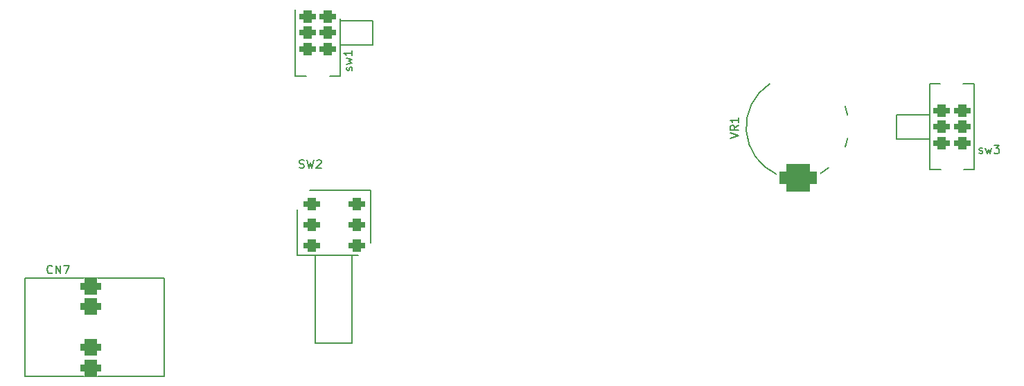
<source format=gto>
G04 #@! TF.GenerationSoftware,KiCad,Pcbnew,(6.0.10)*
G04 #@! TF.CreationDate,2024-06-10T21:48:35+09:00*
G04 #@! TF.ProjectId,icb33h_pwb_rev2,69636233-3368-45f7-9077-625f72657632,rev?*
G04 #@! TF.SameCoordinates,Original*
G04 #@! TF.FileFunction,Legend,Top*
G04 #@! TF.FilePolarity,Positive*
%FSLAX46Y46*%
G04 Gerber Fmt 4.6, Leading zero omitted, Abs format (unit mm)*
G04 Created by KiCad (PCBNEW (6.0.10)) date 2024-06-10 21:48:35*
%MOMM*%
%LPD*%
G01*
G04 APERTURE LIST*
G04 Aperture macros list*
%AMRoundRect*
0 Rectangle with rounded corners*
0 $1 Rounding radius*
0 $2 $3 $4 $5 $6 $7 $8 $9 X,Y pos of 4 corners*
0 Add a 4 corners polygon primitive as box body*
4,1,4,$2,$3,$4,$5,$6,$7,$8,$9,$2,$3,0*
0 Add four circle primitives for the rounded corners*
1,1,$1+$1,$2,$3*
1,1,$1+$1,$4,$5*
1,1,$1+$1,$6,$7*
1,1,$1+$1,$8,$9*
0 Add four rect primitives between the rounded corners*
20,1,$1+$1,$2,$3,$4,$5,0*
20,1,$1+$1,$4,$5,$6,$7,0*
20,1,$1+$1,$6,$7,$8,$9,0*
20,1,$1+$1,$8,$9,$2,$3,0*%
%AMFreePoly0*
4,1,19,0.058779,1.180902,0.070711,1.170711,1.170711,0.070711,1.198769,0.015643,1.200000,0.000000,1.200000,-1.100000,1.180902,-1.158779,1.130902,-1.195106,1.100000,-1.200000,-1.100000,-1.200000,-1.158779,-1.180902,-1.195106,-1.130902,-1.200000,-1.100000,-1.200000,1.100000,-1.180902,1.158779,-1.130902,1.195106,-1.100000,1.200000,0.000000,1.200000,0.058779,1.180902,0.058779,1.180902,
$1*%
%AMFreePoly1*
4,1,19,1.158779,1.180902,1.195106,1.130902,1.200000,1.100000,1.200000,-1.100000,1.180902,-1.158779,1.130902,-1.195106,1.100000,-1.200000,0.000000,-1.200000,-0.058779,-1.180902,-0.070711,-1.170711,-1.170711,-0.070711,-1.198769,-0.015643,-1.200000,0.000000,-1.200000,1.100000,-1.180902,1.158779,-1.130902,1.195106,-1.100000,1.200000,1.100000,1.200000,1.158779,1.180902,1.158779,1.180902,
$1*%
G04 Aperture macros list end*
%ADD10C,0.150000*%
%ADD11C,0.200000*%
%ADD12C,4.500000*%
%ADD13C,2.800000*%
%ADD14RoundRect,0.900000X-1.400000X0.800000X-1.400000X-0.800000X1.400000X-0.800000X1.400000X0.800000X0*%
%ADD15RoundRect,0.450000X0.550000X-0.350000X0.550000X0.350000X-0.550000X0.350000X-0.550000X-0.350000X0*%
%ADD16C,2.600000*%
%ADD17C,3.500000*%
%ADD18RoundRect,0.450000X-0.550000X0.350000X-0.550000X-0.350000X0.550000X-0.350000X0.550000X0.350000X0*%
%ADD19FreePoly0,270.000000*%
%ADD20FreePoly1,270.000000*%
%ADD21C,1.800000*%
%ADD22RoundRect,0.550000X-0.750000X0.450000X-0.750000X-0.450000X0.750000X-0.450000X0.750000X0.450000X0*%
G04 APERTURE END LIST*
D10*
X138652380Y-75409523D02*
X139652380Y-75076190D01*
X138652380Y-74742857D01*
X139652380Y-73838095D02*
X139176190Y-74171428D01*
X139652380Y-74409523D02*
X138652380Y-74409523D01*
X138652380Y-74028571D01*
X138700000Y-73933333D01*
X138747619Y-73885714D01*
X138842857Y-73838095D01*
X138985714Y-73838095D01*
X139080952Y-73885714D01*
X139128571Y-73933333D01*
X139176190Y-74028571D01*
X139176190Y-74409523D01*
X139652380Y-72885714D02*
X139652380Y-73457142D01*
X139652380Y-73171428D02*
X138652380Y-73171428D01*
X138795238Y-73266666D01*
X138890476Y-73361904D01*
X138938095Y-73457142D01*
X92404761Y-67114285D02*
X92452380Y-67019047D01*
X92452380Y-66828571D01*
X92404761Y-66733333D01*
X92309523Y-66685714D01*
X92261904Y-66685714D01*
X92166666Y-66733333D01*
X92119047Y-66828571D01*
X92119047Y-66971428D01*
X92071428Y-67066666D01*
X91976190Y-67114285D01*
X91928571Y-67114285D01*
X91833333Y-67066666D01*
X91785714Y-66971428D01*
X91785714Y-66828571D01*
X91833333Y-66733333D01*
X91785714Y-66352380D02*
X92452380Y-66161904D01*
X91976190Y-65971428D01*
X92452380Y-65780952D01*
X91785714Y-65590476D01*
X92452380Y-64685714D02*
X92452380Y-65257142D01*
X92452380Y-64971428D02*
X91452380Y-64971428D01*
X91595238Y-65066666D01*
X91690476Y-65161904D01*
X91738095Y-65257142D01*
X86016666Y-79004761D02*
X86159523Y-79052380D01*
X86397619Y-79052380D01*
X86492857Y-79004761D01*
X86540476Y-78957142D01*
X86588095Y-78861904D01*
X86588095Y-78766666D01*
X86540476Y-78671428D01*
X86492857Y-78623809D01*
X86397619Y-78576190D01*
X86207142Y-78528571D01*
X86111904Y-78480952D01*
X86064285Y-78433333D01*
X86016666Y-78338095D01*
X86016666Y-78242857D01*
X86064285Y-78147619D01*
X86111904Y-78100000D01*
X86207142Y-78052380D01*
X86445238Y-78052380D01*
X86588095Y-78100000D01*
X86921428Y-78052380D02*
X87159523Y-79052380D01*
X87350000Y-78338095D01*
X87540476Y-79052380D01*
X87778571Y-78052380D01*
X88111904Y-78147619D02*
X88159523Y-78100000D01*
X88254761Y-78052380D01*
X88492857Y-78052380D01*
X88588095Y-78100000D01*
X88635714Y-78147619D01*
X88683333Y-78242857D01*
X88683333Y-78338095D01*
X88635714Y-78480952D01*
X88064285Y-79052380D01*
X88683333Y-79052380D01*
X169085714Y-77204761D02*
X169180952Y-77252380D01*
X169371428Y-77252380D01*
X169466666Y-77204761D01*
X169514285Y-77109523D01*
X169514285Y-77061904D01*
X169466666Y-76966666D01*
X169371428Y-76919047D01*
X169228571Y-76919047D01*
X169133333Y-76871428D01*
X169085714Y-76776190D01*
X169085714Y-76728571D01*
X169133333Y-76633333D01*
X169228571Y-76585714D01*
X169371428Y-76585714D01*
X169466666Y-76633333D01*
X169847619Y-76585714D02*
X170038095Y-77252380D01*
X170228571Y-76776190D01*
X170419047Y-77252380D01*
X170609523Y-76585714D01*
X170895238Y-76252380D02*
X171514285Y-76252380D01*
X171180952Y-76633333D01*
X171323809Y-76633333D01*
X171419047Y-76680952D01*
X171466666Y-76728571D01*
X171514285Y-76823809D01*
X171514285Y-77061904D01*
X171466666Y-77157142D01*
X171419047Y-77204761D01*
X171323809Y-77252380D01*
X171038095Y-77252380D01*
X170942857Y-77204761D01*
X170895238Y-77157142D01*
X55809523Y-91857142D02*
X55761904Y-91904761D01*
X55619047Y-91952380D01*
X55523809Y-91952380D01*
X55380952Y-91904761D01*
X55285714Y-91809523D01*
X55238095Y-91714285D01*
X55190476Y-91523809D01*
X55190476Y-91380952D01*
X55238095Y-91190476D01*
X55285714Y-91095238D01*
X55380952Y-91000000D01*
X55523809Y-90952380D01*
X55619047Y-90952380D01*
X55761904Y-91000000D01*
X55809523Y-91047619D01*
X56238095Y-91952380D02*
X56238095Y-90952380D01*
X56809523Y-91952380D01*
X56809523Y-90952380D01*
X57190476Y-90952380D02*
X57857142Y-90952380D01*
X57428571Y-91952380D01*
D11*
X143471109Y-68742368D02*
G75*
G03*
X144300000Y-79799999I3457011J-5300742D01*
G01*
X149700000Y-79700000D02*
G75*
G03*
X150700000Y-79000000I-5433900J8827000D01*
G01*
X152997207Y-72577319D02*
G75*
G03*
X152700000Y-71500000I-13622507J-3178481D01*
G01*
X152699999Y-76500000D02*
G75*
G03*
X153000000Y-75400000I-9610999J3212100D01*
G01*
X86800000Y-67800000D02*
X85500000Y-67800000D01*
X85500000Y-59700000D02*
X85500000Y-67800000D01*
X89700000Y-67800000D02*
X91000000Y-67800000D01*
X91000000Y-60800000D02*
X91000000Y-67800000D01*
X91000000Y-64000000D02*
X95000000Y-64000000D01*
X95000000Y-64000000D02*
X95000000Y-61000000D01*
X95000000Y-61000000D02*
X91000000Y-61000000D01*
X91000000Y-61000000D02*
X91000000Y-64000000D01*
X94753609Y-81750000D02*
X94753609Y-88200000D01*
X85700000Y-84100000D02*
X85700000Y-89700000D01*
X85700000Y-89750000D02*
X93204620Y-89750000D01*
X87300000Y-81750000D02*
X94753609Y-81750000D01*
X87950000Y-89750000D02*
X92450000Y-89750000D01*
X92450000Y-89750000D02*
X92450000Y-100500000D01*
X92450000Y-100500000D02*
X87950000Y-100500000D01*
X87950000Y-100500000D02*
X87950000Y-89750000D01*
X168503094Y-68755729D02*
X168499237Y-79259741D01*
X164403591Y-79244271D02*
X163003591Y-79244271D01*
X168499237Y-79259741D02*
X167168831Y-79259741D01*
X167103094Y-68755729D02*
X168503094Y-68755729D01*
X163003591Y-79244271D02*
X163007449Y-68755729D01*
X163007449Y-68755729D02*
X164353324Y-68755729D01*
X163000000Y-72500000D02*
X159000000Y-72500000D01*
X159000000Y-72500000D02*
X159000000Y-75500000D01*
X159000000Y-75500000D02*
X163000000Y-75500000D01*
X163000000Y-75500000D02*
X163000000Y-72500000D01*
X52500000Y-92500000D02*
X69500000Y-92500000D01*
X69500000Y-92500000D02*
X69500000Y-104500000D01*
X69500000Y-104500000D02*
X52500000Y-104500000D01*
X52500000Y-104500000D02*
X52500000Y-92500000D01*
%LPC*%
D12*
X105500000Y-76000000D03*
X202000000Y-103500000D03*
D13*
X153200000Y-70000000D03*
X153700000Y-74000000D03*
X153200000Y-78000000D03*
D14*
X146950000Y-80250000D03*
D15*
X87000000Y-64500000D03*
X87000000Y-62500000D03*
X87000000Y-60500000D03*
X89500000Y-64500000D03*
X89500000Y-62500000D03*
X89500000Y-60500000D03*
D16*
X88250000Y-67750000D03*
D17*
X212000000Y-69500000D03*
D18*
X87500000Y-83500000D03*
X87500000Y-86000000D03*
X87500000Y-88500000D03*
X93000000Y-83500000D03*
X93000000Y-86000000D03*
X93000000Y-88500000D03*
D19*
X85750000Y-82250000D03*
D20*
X94750000Y-89750000D03*
D17*
X137000000Y-103500000D03*
D18*
X167000000Y-72000000D03*
X167000000Y-74000000D03*
X167000000Y-76000000D03*
X164500000Y-72000000D03*
X164500000Y-74000000D03*
X164500000Y-76000000D03*
D16*
X165750000Y-68750000D03*
X165750000Y-79250000D03*
D21*
X65500000Y-96000000D03*
X65500000Y-98500000D03*
X65500000Y-101000000D03*
X68000000Y-96000000D03*
X68000000Y-98500000D03*
X68000000Y-101000000D03*
D22*
X60500000Y-93500000D03*
X60500000Y-96000000D03*
X60500000Y-101000000D03*
X60500000Y-103500000D03*
D16*
X55500000Y-98500000D03*
M02*

</source>
